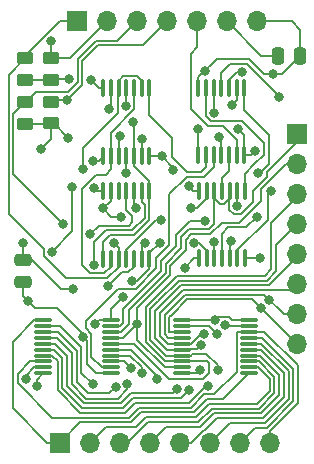
<source format=gbr>
%TF.GenerationSoftware,KiCad,Pcbnew,(6.0.0-0)*%
%TF.CreationDate,2022-01-16T21:32:13-05:00*%
%TF.ProjectId,Shifter-v6,53686966-7465-4722-9d76-362e6b696361,rev?*%
%TF.SameCoordinates,Original*%
%TF.FileFunction,Copper,L1,Top*%
%TF.FilePolarity,Positive*%
%FSLAX46Y46*%
G04 Gerber Fmt 4.6, Leading zero omitted, Abs format (unit mm)*
G04 Created by KiCad (PCBNEW (6.0.0-0)) date 2022-01-16 21:32:13*
%MOMM*%
%LPD*%
G01*
G04 APERTURE LIST*
G04 Aperture macros list*
%AMRoundRect*
0 Rectangle with rounded corners*
0 $1 Rounding radius*
0 $2 $3 $4 $5 $6 $7 $8 $9 X,Y pos of 4 corners*
0 Add a 4 corners polygon primitive as box body*
4,1,4,$2,$3,$4,$5,$6,$7,$8,$9,$2,$3,0*
0 Add four circle primitives for the rounded corners*
1,1,$1+$1,$2,$3*
1,1,$1+$1,$4,$5*
1,1,$1+$1,$6,$7*
1,1,$1+$1,$8,$9*
0 Add four rect primitives between the rounded corners*
20,1,$1+$1,$2,$3,$4,$5,0*
20,1,$1+$1,$4,$5,$6,$7,0*
20,1,$1+$1,$6,$7,$8,$9,0*
20,1,$1+$1,$8,$9,$2,$3,0*%
G04 Aperture macros list end*
%TA.AperFunction,SMDPad,CuDef*%
%ADD10RoundRect,0.250000X-0.475000X0.250000X-0.475000X-0.250000X0.475000X-0.250000X0.475000X0.250000X0*%
%TD*%
%TA.AperFunction,SMDPad,CuDef*%
%ADD11RoundRect,0.250000X-0.250000X-0.475000X0.250000X-0.475000X0.250000X0.475000X-0.250000X0.475000X0*%
%TD*%
%TA.AperFunction,SMDPad,CuDef*%
%ADD12RoundRect,0.250000X-0.450000X0.262500X-0.450000X-0.262500X0.450000X-0.262500X0.450000X0.262500X0*%
%TD*%
%TA.AperFunction,SMDPad,CuDef*%
%ADD13RoundRect,0.075000X-0.662500X-0.075000X0.662500X-0.075000X0.662500X0.075000X-0.662500X0.075000X0*%
%TD*%
%TA.AperFunction,SMDPad,CuDef*%
%ADD14RoundRect,0.075000X0.662500X0.075000X-0.662500X0.075000X-0.662500X-0.075000X0.662500X-0.075000X0*%
%TD*%
%TA.AperFunction,SMDPad,CuDef*%
%ADD15RoundRect,0.100000X0.100000X-0.637500X0.100000X0.637500X-0.100000X0.637500X-0.100000X-0.637500X0*%
%TD*%
%TA.AperFunction,ComponentPad*%
%ADD16R,1.700000X1.700000*%
%TD*%
%TA.AperFunction,ComponentPad*%
%ADD17O,1.700000X1.700000*%
%TD*%
%TA.AperFunction,ViaPad*%
%ADD18C,0.800000*%
%TD*%
%TA.AperFunction,Conductor*%
%ADD19C,0.200000*%
%TD*%
G04 APERTURE END LIST*
D10*
%TO.P,C2,1*%
%TO.N,GND*%
X161550000Y-85600000D03*
%TO.P,C2,2*%
%TO.N,VCC*%
X161550000Y-87500000D03*
%TD*%
D11*
%TO.P,C1,2*%
%TO.N,VCC*%
X185000000Y-68300000D03*
%TO.P,C1,1*%
%TO.N,GND*%
X183100000Y-68300000D03*
%TD*%
D12*
%TO.P,R13,1*%
%TO.N,~{ARITHMETIC}*%
X163900000Y-72225000D03*
%TO.P,R13,2*%
%TO.N,GND*%
X163900000Y-74050000D03*
%TD*%
%TO.P,R12,1*%
%TO.N,~{SHR}*%
X161700000Y-68537500D03*
%TO.P,R12,2*%
%TO.N,VCC*%
X161700000Y-70362500D03*
%TD*%
%TO.P,R11,1*%
%TO.N,~{SHL}*%
X163900000Y-68525000D03*
%TO.P,R11,2*%
%TO.N,VCC*%
X163900000Y-70350000D03*
%TD*%
%TO.P,R10,1*%
%TO.N,~{ROTATE}*%
X161700000Y-72237500D03*
%TO.P,R10,2*%
%TO.N,GND*%
X161700000Y-74062500D03*
%TD*%
D13*
%TO.P,U6,20,VCC*%
%TO.N,VCC*%
X180662500Y-90700000D03*
%TO.P,U6,19,CE*%
%TO.N,~{SHR}*%
X180662500Y-91200000D03*
%TO.P,U6,18,B0*%
%TO.N,Q7*%
X180662500Y-91700000D03*
%TO.P,U6,17,B1*%
%TO.N,Q6*%
X180662500Y-92200000D03*
%TO.P,U6,16,B2*%
%TO.N,Q5*%
X180662500Y-92700000D03*
%TO.P,U6,15,B3*%
%TO.N,Q4*%
X180662500Y-93200000D03*
%TO.P,U6,14,B4*%
%TO.N,Q3*%
X180662500Y-93700000D03*
%TO.P,U6,13,B5*%
%TO.N,Q2*%
X180662500Y-94200000D03*
%TO.P,U6,12,B6*%
%TO.N,Q1*%
X180662500Y-94700000D03*
%TO.P,U6,11,B7*%
%TO.N,Q0*%
X180662500Y-95200000D03*
%TO.P,U6,10,GND*%
%TO.N,GND*%
X174937500Y-95200000D03*
%TO.P,U6,9,A7*%
%TO.N,A1*%
X174937500Y-94700000D03*
%TO.P,U6,8,A6*%
%TO.N,A2*%
X174937500Y-94200000D03*
%TO.P,U6,7,A5*%
%TO.N,A3*%
X174937500Y-93700000D03*
%TO.P,U6,6,A4*%
%TO.N,A4*%
X174937500Y-93200000D03*
%TO.P,U6,5,A3*%
%TO.N,A5*%
X174937500Y-92700000D03*
%TO.P,U6,4,A2*%
%TO.N,A6*%
X174937500Y-92200000D03*
%TO.P,U6,3,A1*%
%TO.N,A7*%
X174937500Y-91700000D03*
%TO.P,U6,2,A0*%
%TO.N,Net-(U4-Pad11)*%
X174937500Y-91200000D03*
%TO.P,U6,1,A->B*%
%TO.N,VCC*%
X174937500Y-90700000D03*
%TD*%
D14*
%TO.P,U5,1,A->B*%
%TO.N,VCC*%
X168962500Y-95200000D03*
%TO.P,U5,2,A0*%
%TO.N,Net-(U4-Pad3)*%
X168962500Y-94700000D03*
%TO.P,U5,3,A1*%
%TO.N,A5*%
X168962500Y-94200000D03*
%TO.P,U5,4,A2*%
%TO.N,A4*%
X168962500Y-93700000D03*
%TO.P,U5,5,A3*%
%TO.N,A3*%
X168962500Y-93200000D03*
%TO.P,U5,6,A4*%
%TO.N,A2*%
X168962500Y-92700000D03*
%TO.P,U5,7,A5*%
%TO.N,A1*%
X168962500Y-92200000D03*
%TO.P,U5,8,A6*%
%TO.N,A0*%
X168962500Y-91700000D03*
%TO.P,U5,9,A7*%
%TO.N,Net-(U3-Pad3)*%
X168962500Y-91200000D03*
%TO.P,U5,10,GND*%
%TO.N,GND*%
X168962500Y-90700000D03*
%TO.P,U5,11,B7*%
%TO.N,Q0*%
X163237500Y-90700000D03*
%TO.P,U5,12,B6*%
%TO.N,Q1*%
X163237500Y-91200000D03*
%TO.P,U5,13,B5*%
%TO.N,Q2*%
X163237500Y-91700000D03*
%TO.P,U5,14,B4*%
%TO.N,Q3*%
X163237500Y-92200000D03*
%TO.P,U5,15,B3*%
%TO.N,Q4*%
X163237500Y-92700000D03*
%TO.P,U5,16,B2*%
%TO.N,Q5*%
X163237500Y-93200000D03*
%TO.P,U5,17,B1*%
%TO.N,Q6*%
X163237500Y-93700000D03*
%TO.P,U5,18,B0*%
%TO.N,Q7*%
X163237500Y-94200000D03*
%TO.P,U5,19,CE*%
%TO.N,~{SHL}*%
X163237500Y-94700000D03*
%TO.P,U5,20,VCC*%
%TO.N,VCC*%
X163237500Y-95200000D03*
%TD*%
D15*
%TO.P,U4,14,VCC*%
%TO.N,VCC*%
X176350000Y-71037500D03*
%TO.P,U4,13*%
%TO.N,Net-(U3-Pad8)*%
X177000000Y-71037500D03*
%TO.P,U4,12*%
%TO.N,/ARITHMETIC_AND_A7*%
X177650000Y-71037500D03*
%TO.P,U4,11*%
%TO.N,Net-(U4-Pad11)*%
X178300000Y-71037500D03*
%TO.P,U4,10*%
%TO.N,Net-(U1-Pad11)*%
X178950000Y-71037500D03*
%TO.P,U4,9*%
%TO.N,Net-(U1-Pad3)*%
X179600000Y-71037500D03*
%TO.P,U4,8*%
%TO.N,Net-(U3-Pad4)*%
X180250000Y-71037500D03*
%TO.P,U4,7,GND*%
%TO.N,GND*%
X180250000Y-76762500D03*
%TO.P,U4,6*%
%TO.N,CARRY_OUT*%
X179600000Y-76762500D03*
%TO.P,U4,5*%
%TO.N,Net-(U3-Pad11)*%
X178950000Y-76762500D03*
%TO.P,U4,4*%
%TO.N,Net-(U3-Pad6)*%
X178300000Y-76762500D03*
%TO.P,U4,3*%
%TO.N,Net-(U4-Pad3)*%
X177650000Y-76762500D03*
%TO.P,U4,2*%
%TO.N,Net-(U1-Pad8)*%
X177000000Y-76762500D03*
%TO.P,U4,1*%
%TO.N,/ARITHMETIC_AND_A7*%
X176350000Y-76762500D03*
%TD*%
%TO.P,U3,14,VCC*%
%TO.N,VCC*%
X176400000Y-79737500D03*
%TO.P,U3,13*%
%TO.N,Net-(U2-Pad4)*%
X177050000Y-79737500D03*
%TO.P,U3,12*%
%TO.N,A0*%
X177700000Y-79737500D03*
%TO.P,U3,11*%
%TO.N,Net-(U3-Pad11)*%
X178350000Y-79737500D03*
%TO.P,U3,10*%
%TO.N,A0*%
X179000000Y-79737500D03*
%TO.P,U3,9*%
%TO.N,ROTATE*%
X179650000Y-79737500D03*
%TO.P,U3,8*%
%TO.N,Net-(U3-Pad8)*%
X180300000Y-79737500D03*
%TO.P,U3,7,GND*%
%TO.N,GND*%
X180300000Y-85462500D03*
%TO.P,U3,6*%
%TO.N,Net-(U3-Pad6)*%
X179650000Y-85462500D03*
%TO.P,U3,5*%
%TO.N,Net-(U2-Pad6)*%
X179000000Y-85462500D03*
%TO.P,U3,4*%
%TO.N,Net-(U3-Pad4)*%
X178350000Y-85462500D03*
%TO.P,U3,3*%
%TO.N,Net-(U3-Pad3)*%
X177700000Y-85462500D03*
%TO.P,U3,2*%
%TO.N,ROTATE*%
X177050000Y-85462500D03*
%TO.P,U3,1*%
%TO.N,A7*%
X176400000Y-85462500D03*
%TD*%
%TO.P,U2,1*%
%TO.N,ARITHMETIC*%
X168300000Y-85512500D03*
%TO.P,U2,2*%
%TO.N,/!ARITHMETIC*%
X168950000Y-85512500D03*
%TO.P,U2,3*%
%TO.N,~{SHR}*%
X169600000Y-85512500D03*
%TO.P,U2,4*%
%TO.N,Net-(U2-Pad4)*%
X170250000Y-85512500D03*
%TO.P,U2,5*%
%TO.N,~{SHL}*%
X170900000Y-85512500D03*
%TO.P,U2,6*%
%TO.N,Net-(U2-Pad6)*%
X171550000Y-85512500D03*
%TO.P,U2,7,GND*%
%TO.N,GND*%
X172200000Y-85512500D03*
%TO.P,U2,8*%
%TO.N,ARITHMETIC*%
X172200000Y-79787500D03*
%TO.P,U2,9*%
%TO.N,~{ARITHMETIC}*%
X171550000Y-79787500D03*
%TO.P,U2,10*%
%TO.N,ROTATE*%
X170900000Y-79787500D03*
%TO.P,U2,11*%
%TO.N,~{ROTATE}*%
X170250000Y-79787500D03*
%TO.P,U2,12*%
%TO.N,unconnected-(U2-Pad12)*%
X169600000Y-79787500D03*
%TO.P,U2,13*%
%TO.N,GND*%
X168950000Y-79787500D03*
%TO.P,U2,14,VCC*%
%TO.N,VCC*%
X168300000Y-79787500D03*
%TD*%
%TO.P,U1,1*%
%TO.N,A7*%
X168300000Y-76812500D03*
%TO.P,U1,2*%
%TO.N,/!ARITHMETIC*%
X168950000Y-76812500D03*
%TO.P,U1,3*%
%TO.N,Net-(U1-Pad3)*%
X169600000Y-76812500D03*
%TO.P,U1,4*%
%TO.N,A7*%
X170250000Y-76812500D03*
%TO.P,U1,5*%
%TO.N,ARITHMETIC*%
X170900000Y-76812500D03*
%TO.P,U1,6*%
%TO.N,/ARITHMETIC_AND_A7*%
X171550000Y-76812500D03*
%TO.P,U1,7,GND*%
%TO.N,GND*%
X172200000Y-76812500D03*
%TO.P,U1,8*%
%TO.N,Net-(U1-Pad8)*%
X172200000Y-71087500D03*
%TO.P,U1,9*%
%TO.N,A6*%
X171550000Y-71087500D03*
%TO.P,U1,10*%
%TO.N,/!ARITHMETIC*%
X170900000Y-71087500D03*
%TO.P,U1,11*%
%TO.N,Net-(U1-Pad11)*%
X170250000Y-71087500D03*
%TO.P,U1,12*%
%TO.N,A6*%
X169600000Y-71087500D03*
%TO.P,U1,13*%
%TO.N,ARITHMETIC*%
X168950000Y-71087500D03*
%TO.P,U1,14,VCC*%
%TO.N,VCC*%
X168300000Y-71087500D03*
%TD*%
D16*
%TO.P,J3,1,Pin_1*%
%TO.N,~{SHR}*%
X166075000Y-65400000D03*
D17*
%TO.P,J3,2,Pin_2*%
%TO.N,~{SHL}*%
X168615000Y-65400000D03*
%TO.P,J3,3,Pin_3*%
%TO.N,~{ROTATE}*%
X171155000Y-65400000D03*
%TO.P,J3,4,Pin_4*%
%TO.N,~{ARITHMETIC}*%
X173695000Y-65400000D03*
%TO.P,J3,5,Pin_5*%
%TO.N,CARRY_OUT*%
X176235000Y-65400000D03*
%TO.P,J3,6,Pin_6*%
%TO.N,GND*%
X178775000Y-65400000D03*
%TO.P,J3,7,Pin_7*%
%TO.N,VCC*%
X181315000Y-65400000D03*
%TD*%
D16*
%TO.P,J2,1,Pin_1*%
%TO.N,Q0*%
X164630000Y-101100000D03*
D17*
%TO.P,J2,2,Pin_2*%
%TO.N,Q1*%
X167170000Y-101100000D03*
%TO.P,J2,3,Pin_3*%
%TO.N,Q2*%
X169710000Y-101100000D03*
%TO.P,J2,4,Pin_4*%
%TO.N,Q3*%
X172250000Y-101100000D03*
%TO.P,J2,5,Pin_5*%
%TO.N,Q4*%
X174790000Y-101100000D03*
%TO.P,J2,6,Pin_6*%
%TO.N,Q5*%
X177330000Y-101100000D03*
%TO.P,J2,7,Pin_7*%
%TO.N,Q6*%
X179870000Y-101100000D03*
%TO.P,J2,8,Pin_8*%
%TO.N,Q7*%
X182410000Y-101100000D03*
%TD*%
D16*
%TO.P,J1,1,Pin_1*%
%TO.N,A0*%
X184700000Y-74970000D03*
D17*
%TO.P,J1,2,Pin_2*%
%TO.N,A1*%
X184700000Y-77510000D03*
%TO.P,J1,3,Pin_3*%
%TO.N,A2*%
X184700000Y-80050000D03*
%TO.P,J1,4,Pin_4*%
%TO.N,A3*%
X184700000Y-82590000D03*
%TO.P,J1,5,Pin_5*%
%TO.N,A4*%
X184700000Y-85130000D03*
%TO.P,J1,6,Pin_6*%
%TO.N,A5*%
X184700000Y-87670000D03*
%TO.P,J1,7,Pin_7*%
%TO.N,A6*%
X184700000Y-90210000D03*
%TO.P,J1,8,Pin_8*%
%TO.N,A7*%
X184700000Y-92750000D03*
%TD*%
D18*
%TO.N,GND*%
X169809961Y-81949204D03*
X174250000Y-78000000D03*
X165350000Y-75250000D03*
X170750000Y-87350000D03*
X179750000Y-74550000D03*
X165750000Y-88100000D03*
X167584622Y-91034622D03*
%TO.N,VCC*%
X182700000Y-69850000D03*
X176925000Y-69575000D03*
X165700000Y-79450000D03*
X163950000Y-84950000D03*
%TO.N,GND*%
X163050000Y-76200000D03*
%TO.N,Net-(U1-Pad11)*%
X170250000Y-72550000D03*
X180050000Y-69700000D03*
%TO.N,VCC*%
X175550000Y-79350000D03*
X167250000Y-70350000D03*
%TO.N,ARITHMETIC*%
X168809285Y-72869290D03*
X170852539Y-73925949D03*
%TO.N,Net-(U1-Pad3)*%
X169693303Y-75085185D03*
X179200000Y-72450000D03*
%TO.N,/ARITHMETIC_AND_A7*%
X171599500Y-75391911D03*
X176350000Y-74500000D03*
X177700000Y-73149500D03*
%TO.N,~{ARITHMETIC}*%
X167500500Y-86014469D03*
X165250000Y-72100000D03*
%TO.N,VCC*%
X167550000Y-79500000D03*
%TO.N,~{ROTATE}*%
X164899500Y-82550000D03*
X167170515Y-83439748D03*
%TO.N,A7*%
X170250000Y-78250000D03*
X167400000Y-77200000D03*
%TO.N,Net-(U3-Pad4)*%
X181300500Y-81978990D03*
X181381496Y-78205920D03*
%TO.N,ROTATE*%
X179650000Y-81050000D03*
X175997305Y-84194384D03*
X171077598Y-81216842D03*
%TO.N,A6*%
X166600000Y-77950000D03*
X182375000Y-88975000D03*
%TO.N,~{SHR}*%
X178650000Y-91150000D03*
X169236144Y-84199011D03*
%TO.N,A7*%
X175200000Y-86250000D03*
X181650000Y-89700000D03*
%TO.N,~{SHL}*%
X163900000Y-67100000D03*
%TO.N,Net-(U2-Pad4)*%
X173214243Y-82185757D03*
X175750000Y-81200000D03*
%TO.N,Net-(U2-Pad6)*%
X179150000Y-84000000D03*
X171834615Y-84134615D03*
%TO.N,Net-(U3-Pad6)*%
X178150000Y-75200000D03*
X182496741Y-79796741D03*
%TO.N,GND*%
X181198436Y-76423076D03*
X173300000Y-76850000D03*
X168300000Y-81250000D03*
X173100000Y-84150000D03*
X181600000Y-85450000D03*
%TO.N,Net-(U3-Pad3)*%
X177650500Y-84127110D03*
X176950000Y-82300000D03*
%TO.N,~{SHL}*%
X161750000Y-95700000D03*
X168708531Y-87812981D03*
%TO.N,GND*%
X169980593Y-88749001D03*
X161550000Y-84150000D03*
%TO.N,VCC*%
X161975000Y-89075000D03*
X165380378Y-70330378D03*
%TO.N,GND*%
X176500000Y-94950000D03*
%TO.N,Net-(U4-Pad11)*%
X177950579Y-91864014D03*
X183200203Y-71789040D03*
%TO.N,VCC*%
X177745631Y-90674415D03*
X166600499Y-92150001D03*
X162700000Y-96300000D03*
%TO.N,A5*%
X170650000Y-94750000D03*
X176810034Y-91878729D03*
%TO.N,A4*%
X171591258Y-95221242D03*
X176580378Y-92851489D03*
%TO.N,A3*%
X172900000Y-95650000D03*
X177999001Y-94962305D03*
%TO.N,A1*%
X171199500Y-90992518D03*
%TO.N,Q1*%
X167400000Y-96150000D03*
%TO.N,Q2*%
X169356350Y-96360311D03*
%TO.N,Q3*%
X170333368Y-96149500D03*
%TO.N,Q4*%
X174581473Y-96507783D03*
%TO.N,Q5*%
X175569851Y-96656490D03*
%TO.N,Q6*%
X177150000Y-96250000D03*
%TD*%
D19*
%TO.N,ROTATE*%
X170900000Y-79787500D02*
X170900000Y-81039244D01*
X170900000Y-81039244D02*
X171077598Y-81216842D01*
%TO.N,~{ARITHMETIC}*%
X171800489Y-80950489D02*
X171800489Y-82049511D01*
X171550000Y-80700000D02*
X171800489Y-80950489D01*
X171800489Y-82049511D02*
X170750000Y-83100000D01*
X171550000Y-79787500D02*
X171550000Y-80700000D01*
X170750000Y-83100000D02*
X168499909Y-83100000D01*
X168499909Y-83100000D02*
X167500500Y-84099409D01*
X167500500Y-84099409D02*
X167500500Y-86014469D01*
%TO.N,ARITHMETIC*%
X170915482Y-83499511D02*
X168872775Y-83499511D01*
X168300000Y-84072286D02*
X168300000Y-85512500D01*
X172200000Y-82214993D02*
X170915482Y-83499511D01*
X172200000Y-79787500D02*
X172200000Y-82214993D01*
X168872775Y-83499511D02*
X168300000Y-84072286D01*
%TO.N,GND*%
X168300000Y-81250000D02*
X168999204Y-81949204D01*
X168999204Y-81949204D02*
X169809961Y-81949204D01*
%TO.N,~{ROTATE}*%
X170750000Y-81900000D02*
X170750000Y-82400000D01*
X170450000Y-82700000D02*
X167910263Y-82700000D01*
X170250000Y-79787500D02*
X170250000Y-81400000D01*
X170250000Y-81400000D02*
X170750000Y-81900000D01*
X170750000Y-82400000D02*
X170450000Y-82700000D01*
X167910263Y-82700000D02*
X167170515Y-83439748D01*
%TO.N,GND*%
X168950000Y-80600000D02*
X168300000Y-81250000D01*
X168950000Y-79787500D02*
X168950000Y-80600000D01*
%TO.N,/!ARITHMETIC*%
X168950000Y-85512500D02*
X168950000Y-86165006D01*
X167175224Y-86713969D02*
X166471014Y-86009759D01*
X168950000Y-77950000D02*
X168950000Y-76812500D01*
X168401037Y-86713969D02*
X167175224Y-86713969D01*
X167660741Y-78400000D02*
X168500000Y-78400000D01*
X166471014Y-86009759D02*
X166471014Y-79589727D01*
X166471014Y-79589727D02*
X167660741Y-78400000D01*
X168500000Y-78400000D02*
X168950000Y-77950000D01*
X168950000Y-86165006D02*
X168401037Y-86713969D01*
%TO.N,Net-(U4-Pad3)*%
X177650000Y-77750000D02*
X177650000Y-76762500D01*
X166850499Y-91410756D02*
X166850499Y-90779501D01*
X168962500Y-94700000D02*
X168195349Y-94700000D01*
X175361244Y-78549511D02*
X176850489Y-78549511D01*
X176850489Y-78549511D02*
X177650000Y-77750000D01*
X173913744Y-84325501D02*
X173913744Y-79997011D01*
X171065493Y-88049501D02*
X172800489Y-86314505D01*
X167300000Y-91860257D02*
X166850499Y-91410756D01*
X169580499Y-88049501D02*
X171065493Y-88049501D01*
X168195349Y-94700000D02*
X167300000Y-93804651D01*
X167300000Y-93804651D02*
X167300000Y-91860257D01*
X173913744Y-79997011D02*
X175361244Y-78549511D01*
X172800489Y-86314505D02*
X172800489Y-85438756D01*
X166850499Y-90779501D02*
X169580499Y-88049501D01*
%TO.N,Net-(U2-Pad4)*%
X172794230Y-82185757D02*
X173214243Y-82185757D01*
X170250000Y-84729987D02*
X172794230Y-82185757D01*
%TO.N,Net-(U4-Pad3)*%
X172800489Y-85438756D02*
X173913744Y-84325501D01*
%TO.N,Net-(U2-Pad4)*%
X170250000Y-85512500D02*
X170250000Y-84729987D01*
%TO.N,Net-(U2-Pad6)*%
X171550000Y-85512500D02*
X171550000Y-84419230D01*
X171550000Y-84419230D02*
X171834615Y-84134615D01*
%TO.N,Net-(U1-Pad8)*%
X175400000Y-78150000D02*
X174150000Y-76900000D01*
X174150000Y-76900000D02*
X174150000Y-75250000D01*
X177000000Y-77750000D02*
X176600000Y-78150000D01*
X176600000Y-78150000D02*
X175400000Y-78150000D01*
X177000000Y-76762500D02*
X177000000Y-77750000D01*
X174150000Y-75250000D02*
X172200000Y-73300000D01*
X172200000Y-73300000D02*
X172200000Y-71087500D01*
%TO.N,GND*%
X174250000Y-78000000D02*
X174250000Y-77800000D01*
X174250000Y-77800000D02*
X173300000Y-76850000D01*
X163900000Y-74050000D02*
X164150000Y-74050000D01*
X164150000Y-74050000D02*
X165350000Y-75250000D01*
X168962500Y-89767094D02*
X169980593Y-88749001D01*
X168962500Y-90700000D02*
X168962500Y-89767094D01*
X172200000Y-86350000D02*
X171750000Y-86800000D01*
X171750000Y-86800000D02*
X171200000Y-87350000D01*
X172200000Y-85512500D02*
X172200000Y-86350000D01*
%TO.N,~{SHL}*%
X170900000Y-86165006D02*
X170414507Y-86650499D01*
X169871013Y-86650499D02*
X168708531Y-87812981D01*
X170900000Y-85512500D02*
X170900000Y-86165006D01*
X170414507Y-86650499D02*
X169871013Y-86650499D01*
%TO.N,GND*%
X171200000Y-87350000D02*
X170750000Y-87350000D01*
%TO.N,Net-(U3-Pad8)*%
X180300000Y-79737500D02*
X180300000Y-78298171D01*
X181096566Y-77501605D02*
X181109150Y-77501605D01*
X180300000Y-78298171D02*
X181096566Y-77501605D01*
X181109150Y-77501605D02*
X181900000Y-76710755D01*
X181900000Y-76710755D02*
X181900000Y-75710755D01*
X181900000Y-75710755D02*
X180038246Y-73849001D01*
X180038246Y-73849001D02*
X177410256Y-73849001D01*
X177410256Y-73849001D02*
X177000000Y-73438745D01*
X177000000Y-73438745D02*
X177000000Y-71037500D01*
%TO.N,GND*%
X180250000Y-76762500D02*
X180250000Y-75050000D01*
X180250000Y-75050000D02*
X179750000Y-74550000D01*
%TO.N,Net-(U4-Pad11)*%
X183200203Y-71750203D02*
X183200203Y-71789040D01*
X180450499Y-69000499D02*
X183200203Y-71750203D01*
X179031088Y-69018912D02*
X179741843Y-69018912D01*
X178300000Y-71037500D02*
X178300000Y-69750000D01*
X178300000Y-69750000D02*
X179031088Y-69018912D01*
X179741843Y-69018912D02*
X179760256Y-69000499D01*
X179760256Y-69000499D02*
X180450499Y-69000499D01*
%TO.N,A1*%
X173999021Y-86900980D02*
X171199500Y-89700500D01*
X175751945Y-83450499D02*
X175297804Y-83904640D01*
X181700499Y-79603739D02*
X181700499Y-80589746D01*
X183794238Y-77510000D02*
X181700499Y-79603739D01*
X178353750Y-82450489D02*
X177353740Y-83450499D01*
%TO.N,Net-(U3-Pad4)*%
X182300000Y-75000000D02*
X182300000Y-77450000D01*
X178350000Y-85462500D02*
X178350000Y-83400000D01*
X182300000Y-77450000D02*
X181544080Y-78205920D01*
%TO.N,A1*%
X179839756Y-82450489D02*
X178353750Y-82450489D01*
%TO.N,Net-(U3-Pad4)*%
X178900000Y-82850000D02*
X180429490Y-82850000D01*
%TO.N,Net-(U3-Pad6)*%
X179650000Y-84791239D02*
X182231560Y-82209679D01*
%TO.N,A1*%
X173999022Y-86085984D02*
X173999021Y-86900980D01*
%TO.N,Net-(U3-Pad4)*%
X178350000Y-83400000D02*
X178900000Y-82850000D01*
%TO.N,A1*%
X181700499Y-80589746D02*
X179839756Y-82450489D01*
X171199500Y-89700500D02*
X171199500Y-90992518D01*
X175297804Y-83904640D02*
X175297803Y-84787204D01*
%TO.N,Net-(U3-Pad4)*%
X180250000Y-72950000D02*
X182300000Y-75000000D01*
%TO.N,A1*%
X184700000Y-77510000D02*
X183794238Y-77510000D01*
X177353740Y-83450499D02*
X175751945Y-83450499D01*
%TO.N,Net-(U3-Pad4)*%
X181544080Y-78205920D02*
X181381496Y-78205920D01*
%TO.N,Net-(U3-Pad6)*%
X182231560Y-80061922D02*
X182496741Y-79796741D01*
X179650000Y-85462500D02*
X179650000Y-84791239D01*
%TO.N,A1*%
X175297803Y-84787204D02*
X173999022Y-86085984D01*
%TO.N,Net-(U3-Pad6)*%
X182231560Y-82209679D02*
X182231560Y-80061922D01*
%TO.N,Net-(U3-Pad4)*%
X180429490Y-82850000D02*
X181300500Y-81978990D01*
X180250000Y-71037500D02*
X180250000Y-72950000D01*
%TO.N,GND*%
X162250000Y-85600000D02*
X161550000Y-85600000D01*
X165750000Y-88100000D02*
X164750000Y-88100000D01*
X164750000Y-88100000D02*
X162250000Y-85600000D01*
%TO.N,~{SHR}*%
X169600000Y-85512500D02*
X169600000Y-86164993D01*
X169600000Y-86164993D02*
X168651513Y-87113480D01*
X168651513Y-87113480D02*
X165124235Y-87113480D01*
X163250499Y-85239744D02*
X163250499Y-84665493D01*
X165124235Y-87113480D02*
X163250499Y-85239744D01*
X163250499Y-84665493D02*
X160300489Y-81715483D01*
X160300489Y-81715483D02*
X160300489Y-69937011D01*
X160300489Y-69937011D02*
X161700000Y-68537500D01*
%TO.N,GND*%
X168962500Y-90700000D02*
X167919244Y-90700000D01*
X167919244Y-90700000D02*
X167584622Y-91034622D01*
%TO.N,Q1*%
X166450000Y-92988745D02*
X166450000Y-95200000D01*
%TO.N,VCC*%
X164400000Y-89650000D02*
X166600499Y-91850499D01*
X168962500Y-95200000D02*
X167700000Y-95200000D01*
%TO.N,Q2*%
X163237500Y-91700000D02*
X164435006Y-91700000D01*
%TO.N,VCC*%
X166900489Y-92449991D02*
X166600499Y-92150001D01*
%TO.N,Q1*%
X166450000Y-95200000D02*
X167400000Y-96150000D01*
%TO.N,VCC*%
X167700000Y-95200000D02*
X166900489Y-94400489D01*
%TO.N,Q3*%
X169550000Y-97350000D02*
X170333368Y-96566632D01*
%TO.N,VCC*%
X166600499Y-91850499D02*
X166600499Y-92150001D01*
%TO.N,Q1*%
X164661255Y-91200000D02*
X166450000Y-92988745D01*
%TO.N,Q3*%
X166850000Y-97350000D02*
X169550000Y-97350000D01*
%TO.N,VCC*%
X161975000Y-89075000D02*
X162550000Y-89650000D01*
%TO.N,Q1*%
X163237500Y-91200000D02*
X164661255Y-91200000D01*
%TO.N,VCC*%
X166900489Y-94400489D02*
X166900489Y-92449991D01*
%TO.N,Q2*%
X166050000Y-95950000D02*
X167000000Y-96900000D01*
X164435006Y-91700000D02*
X166050000Y-93314994D01*
%TO.N,Q3*%
X170333368Y-96566632D02*
X170333368Y-96149500D01*
X165650000Y-93479988D02*
X165650000Y-96150000D01*
%TO.N,Q2*%
X167000000Y-96900000D02*
X168816661Y-96900000D01*
%TO.N,Q3*%
X163237500Y-92200000D02*
X164370012Y-92200000D01*
%TO.N,VCC*%
X162550000Y-89650000D02*
X164400000Y-89650000D01*
%TO.N,Q3*%
X164370012Y-92200000D02*
X165650000Y-93479988D01*
%TO.N,Q2*%
X168816661Y-96900000D02*
X169356350Y-96360311D01*
X166050000Y-93314994D02*
X166050000Y-95950000D01*
%TO.N,Q3*%
X165650000Y-96150000D02*
X166850000Y-97350000D01*
%TO.N,A2*%
X170939245Y-92700000D02*
X173888746Y-95649501D01*
%TO.N,A1*%
X173504238Y-94700000D02*
X171199500Y-92395262D01*
%TO.N,A3*%
X168962500Y-93200000D02*
X170664994Y-93200000D01*
%TO.N,A2*%
X168962500Y-92700000D02*
X170939245Y-92700000D01*
X177089245Y-94200000D02*
X174937500Y-94200000D01*
X177249501Y-95189744D02*
X177249501Y-94360256D01*
%TO.N,A1*%
X174937500Y-94700000D02*
X173504238Y-94700000D01*
%TO.N,A2*%
X177249501Y-94360256D02*
X177089245Y-94200000D01*
%TO.N,A1*%
X171199500Y-92395262D02*
X171199500Y-90992518D01*
%TO.N,A3*%
X172900000Y-95435006D02*
X172900000Y-95650000D01*
%TO.N,A2*%
X173888746Y-95649501D02*
X176789744Y-95649501D01*
%TO.N,A3*%
X170664994Y-93200000D02*
X172900000Y-95435006D01*
%TO.N,A2*%
X176789744Y-95649501D02*
X177249501Y-95189744D01*
%TO.N,Q5*%
X170845119Y-97304881D02*
X172218279Y-97304881D01*
X163237500Y-93200000D02*
X164150000Y-93200000D01*
%TO.N,Q6*%
X172383804Y-97704374D02*
X172388177Y-97700000D01*
%TO.N,Q3*%
X177706289Y-98599024D02*
X176687692Y-99617621D01*
%TO.N,Q6*%
X166354531Y-98549511D02*
X170165484Y-98549510D01*
%TO.N,Q7*%
X171307882Y-98103903D02*
X170461785Y-98950000D01*
%TO.N,Q6*%
X177020013Y-96250000D02*
X177150000Y-96250000D01*
%TO.N,Q4*%
X164250000Y-92700000D02*
X165250000Y-93700000D01*
X181806482Y-98998533D02*
X177906697Y-98998533D01*
%TO.N,Q6*%
X164450978Y-94146327D02*
X164450978Y-96645961D01*
%TO.N,Q5*%
X164850489Y-93900489D02*
X164850490Y-96480478D01*
%TO.N,A4*%
X170600000Y-93700000D02*
X171591258Y-94691258D01*
%TO.N,Q4*%
X176928307Y-99976923D02*
X176802205Y-100002141D01*
%TO.N,Q2*%
X180662500Y-94200000D02*
X181494639Y-94200000D01*
%TO.N,Q4*%
X165250000Y-93700000D02*
X165250000Y-96314994D01*
%TO.N,Q7*%
X161050499Y-95989744D02*
X161050499Y-95260256D01*
%TO.N,Q1*%
X181429645Y-94700000D02*
X182399994Y-95670349D01*
%TO.N,Q2*%
X181475518Y-98199512D02*
X177474846Y-98199512D01*
%TO.N,Q3*%
X181641000Y-98599024D02*
X177706289Y-98599024D01*
%TO.N,Q7*%
X177673322Y-97000981D02*
X176834028Y-97000981D01*
%TO.N,Q4*%
X171473307Y-96905371D02*
X172052795Y-96905371D01*
X172060593Y-96897573D02*
X174191683Y-96897573D01*
X169800000Y-97750000D02*
X170652427Y-96897573D01*
X165250000Y-96314994D02*
X166685006Y-97750000D01*
%TO.N,Q6*%
X164450978Y-96645961D02*
X166354531Y-98549511D01*
%TO.N,Q4*%
X163237500Y-92700000D02*
X164250000Y-92700000D01*
%TO.N,Q2*%
X170294982Y-101100000D02*
X169710000Y-101100000D01*
%TO.N,Q3*%
X176491917Y-99747435D02*
X173602565Y-99747435D01*
%TO.N,Q6*%
X172388177Y-97700000D02*
X175570013Y-97700000D01*
%TO.N,Q5*%
X172223159Y-97300000D02*
X174926341Y-97300000D01*
%TO.N,Q4*%
X177906697Y-98998533D02*
X176928307Y-99976923D01*
%TO.N,Q2*%
X176361650Y-99312708D02*
X172082274Y-99312708D01*
X182799504Y-96875526D02*
X181475518Y-98199512D01*
%TO.N,Q6*%
X164004651Y-93700000D02*
X164450978Y-94146327D01*
%TO.N,Q5*%
X172218279Y-97304881D02*
X172223159Y-97300000D01*
%TO.N,Q1*%
X180662500Y-94700000D02*
X181429645Y-94700000D01*
%TO.N,Q4*%
X183598527Y-97206491D02*
X181806482Y-98998533D01*
%TO.N,Q7*%
X179600000Y-91700000D02*
X179600000Y-95074303D01*
%TO.N,Q1*%
X168520979Y-99749021D02*
X167170000Y-101100000D01*
%TO.N,Q5*%
X164850490Y-96480478D02*
X166520013Y-98150000D01*
%TO.N,Q6*%
X170165484Y-98549510D02*
X171010602Y-97704392D01*
%TO.N,Q1*%
X176171482Y-98902956D02*
X171927032Y-98902956D01*
%TO.N,Q2*%
X177474846Y-98199512D02*
X176361650Y-99312708D01*
%TO.N,Q3*%
X183199016Y-95339385D02*
X183199014Y-97041010D01*
X180662500Y-93700000D02*
X181559633Y-93700000D01*
%TO.N,Q4*%
X181624627Y-93200000D02*
X183598527Y-95173900D01*
%TO.N,Q2*%
X182799505Y-95504867D02*
X182799504Y-96875526D01*
%TO.N,Q1*%
X182399994Y-95670349D02*
X182399994Y-96710042D01*
%TO.N,Q4*%
X175704345Y-101100000D02*
X174790000Y-101100000D01*
X166685006Y-97750000D02*
X169800000Y-97750000D01*
%TO.N,Q0*%
X178462008Y-97400492D02*
X177091663Y-97400492D01*
%TO.N,Q4*%
X180662500Y-93200000D02*
X181624627Y-93200000D01*
%TO.N,Q7*%
X171887337Y-98103903D02*
X171307882Y-98103903D01*
%TO.N,Q3*%
X176605242Y-99634110D02*
X176491917Y-99747435D01*
%TO.N,Q6*%
X171010602Y-97704392D02*
X172383761Y-97704392D01*
%TO.N,Q3*%
X183199014Y-97041010D02*
X181641000Y-98599024D01*
%TO.N,Q7*%
X170461785Y-98950000D02*
X164010755Y-98950000D01*
X176834028Y-97000981D02*
X175731091Y-98103918D01*
%TO.N,Q2*%
X172082274Y-99312708D02*
X170294982Y-101100000D01*
%TO.N,Q7*%
X179600000Y-95074303D02*
X177673322Y-97000981D01*
%TO.N,Q0*%
X177091663Y-97400492D02*
X175988709Y-98503446D01*
%TO.N,Q3*%
X181559633Y-93700000D02*
X183199016Y-95339385D01*
%TO.N,Q0*%
X171721868Y-98503428D02*
X171721854Y-98503414D01*
X171721911Y-98503446D02*
X171721894Y-98503429D01*
X171721894Y-98503429D02*
X171721868Y-98503428D01*
%TO.N,Q1*%
X171927032Y-98902956D02*
X171080967Y-99749021D01*
%TO.N,Q0*%
X166380489Y-99349511D02*
X164630000Y-101100000D01*
X180662500Y-95200000D02*
X178462008Y-97400492D01*
%TO.N,Q2*%
X181494639Y-94200000D02*
X182799505Y-95504867D01*
%TO.N,Q3*%
X173602565Y-99747435D02*
X172250000Y-101100000D01*
%TO.N,Q4*%
X174191683Y-96897573D02*
X174581473Y-96507783D01*
%TO.N,Q7*%
X180662500Y-91700000D02*
X179600000Y-91700000D01*
%TO.N,Q5*%
X174926341Y-97300000D02*
X175569851Y-96656490D01*
%TO.N,Q4*%
X171465509Y-96897573D02*
X171473307Y-96905371D01*
%TO.N,Q1*%
X182399994Y-96710042D02*
X181310033Y-97800003D01*
%TO.N,Q6*%
X163237500Y-93700000D02*
X164004651Y-93700000D01*
%TO.N,Q7*%
X161050499Y-95260256D02*
X162110755Y-94200000D01*
X171887352Y-98103918D02*
X171887337Y-98103903D01*
%TO.N,Q6*%
X172383761Y-97704392D02*
X172383779Y-97704374D01*
X175570013Y-97700000D02*
X177020013Y-96250000D01*
%TO.N,Q0*%
X170650489Y-99349511D02*
X166380489Y-99349511D01*
%TO.N,Q1*%
X181310033Y-97800003D02*
X177274435Y-97800003D01*
X177274435Y-97800003D02*
X176171482Y-98902956D01*
%TO.N,Q0*%
X171721854Y-98503414D02*
X171496586Y-98503414D01*
%TO.N,A4*%
X168962500Y-93700000D02*
X170600000Y-93700000D01*
%TO.N,Q6*%
X172383779Y-97704374D02*
X172383804Y-97704374D01*
%TO.N,Q5*%
X166520013Y-98150000D02*
X170000000Y-98150000D01*
X164150000Y-93200000D02*
X164850489Y-93900489D01*
%TO.N,Q0*%
X171496586Y-98503414D02*
X170650489Y-99349511D01*
%TO.N,Q7*%
X164010755Y-98950000D02*
X161050499Y-95989744D01*
%TO.N,Q5*%
X170000000Y-98150000D02*
X170845119Y-97304881D01*
%TO.N,Q4*%
X170652427Y-96897573D02*
X171465509Y-96897573D01*
%TO.N,Q7*%
X175731091Y-98103918D02*
X171887352Y-98103918D01*
%TO.N,Q4*%
X172052795Y-96905371D02*
X172060593Y-96897573D01*
%TO.N,Q1*%
X171080967Y-99749021D02*
X168520979Y-99749021D01*
%TO.N,Q4*%
X176802205Y-100002141D02*
X175704345Y-101100000D01*
X183598527Y-95173900D02*
X183598527Y-97206491D01*
%TO.N,Q3*%
X176687692Y-99617621D02*
X176605242Y-99634110D01*
%TO.N,A4*%
X171591258Y-94691258D02*
X171591258Y-95221242D01*
%TO.N,Q0*%
X175988709Y-98503446D02*
X171721911Y-98503446D01*
%TO.N,Q7*%
X162110755Y-94200000D02*
X163237500Y-94200000D01*
%TO.N,VCC*%
X181900000Y-69850000D02*
X182700000Y-69850000D01*
X183450000Y-69850000D02*
X182700000Y-69850000D01*
X185000000Y-68300000D02*
X183450000Y-69850000D01*
X176350000Y-71037500D02*
X176350000Y-70150000D01*
X180650989Y-68600989D02*
X181900000Y-69850000D01*
X176350000Y-70150000D02*
X177899011Y-68600989D01*
X177899011Y-68600989D02*
X180650989Y-68600989D01*
X165700000Y-83200000D02*
X163950000Y-84950000D01*
X165700000Y-79450000D02*
X165700000Y-83200000D01*
X165380378Y-70330378D02*
X163919622Y-70330378D01*
X163919622Y-70330378D02*
X163900000Y-70350000D01*
%TO.N,GND*%
X163900000Y-75350000D02*
X163050000Y-76200000D01*
%TO.N,VCC*%
X163900000Y-70350000D02*
X161712500Y-70350000D01*
X161712500Y-70350000D02*
X161700000Y-70362500D01*
%TO.N,/!ARITHMETIC*%
X170949501Y-71137001D02*
X170900000Y-71087500D01*
%TO.N,ARITHMETIC*%
X170900000Y-76812500D02*
X170900000Y-73973410D01*
%TO.N,Net-(U1-Pad3)*%
X169600000Y-75178488D02*
X169693303Y-75085185D01*
%TO.N,ARITHMETIC*%
X170900000Y-73973410D02*
X170852539Y-73925949D01*
%TO.N,Net-(U1-Pad3)*%
X169600000Y-76812500D02*
X169600000Y-75178488D01*
%TO.N,/!ARITHMETIC*%
X168950000Y-74839245D02*
X170949501Y-72839744D01*
X170949501Y-72839744D02*
X170949501Y-71137001D01*
X168950000Y-76812500D02*
X168950000Y-74839245D01*
%TO.N,A6*%
X166600000Y-77950000D02*
X166600000Y-76139245D01*
%TO.N,Net-(U1-Pad11)*%
X178950000Y-71037500D02*
X178950000Y-70384994D01*
%TO.N,A6*%
X169550499Y-73188746D02*
X169550499Y-71137001D01*
%TO.N,ARITHMETIC*%
X168950000Y-71087500D02*
X168950000Y-72728575D01*
%TO.N,Net-(U1-Pad11)*%
X179634994Y-69700000D02*
X180050000Y-69700000D01*
%TO.N,A6*%
X166600000Y-76139245D02*
X169550499Y-73188746D01*
%TO.N,Net-(U1-Pad11)*%
X178950000Y-70384994D02*
X179634994Y-69700000D01*
%TO.N,A6*%
X169550499Y-71137001D02*
X169600000Y-71087500D01*
%TO.N,ARITHMETIC*%
X168950000Y-72728575D02*
X168809285Y-72869290D01*
%TO.N,Net-(U1-Pad11)*%
X170250000Y-72550000D02*
X170250000Y-71087500D01*
%TO.N,VCC*%
X176400000Y-79737500D02*
X175937500Y-79737500D01*
X175937500Y-79737500D02*
X175550000Y-79350000D01*
X168300000Y-71087500D02*
X167987500Y-71087500D01*
X167987500Y-71087500D02*
X167250000Y-70350000D01*
%TO.N,/ARITHMETIC_AND_A7*%
X171550000Y-75441411D02*
X171599500Y-75391911D01*
X171550000Y-76812500D02*
X171550000Y-75441411D01*
X177700000Y-71087500D02*
X177700000Y-73149500D01*
X177650000Y-71037500D02*
X177700000Y-71087500D01*
%TO.N,Net-(U1-Pad3)*%
X179600000Y-71037500D02*
X179600000Y-72050000D01*
X179600000Y-72050000D02*
X179200000Y-72450000D01*
%TO.N,/ARITHMETIC_AND_A7*%
X176350000Y-76762500D02*
X176350000Y-74500000D01*
%TO.N,~{ROTATE}*%
X161700000Y-72237500D02*
X160700000Y-73237500D01*
X160700000Y-73237500D02*
X160700000Y-78350500D01*
X160700000Y-78350500D02*
X164899500Y-82550000D01*
%TO.N,~{SHR}*%
X169600000Y-85512500D02*
X169600000Y-84562867D01*
X169600000Y-84562867D02*
X169236144Y-84199011D01*
%TO.N,ARITHMETIC*%
X172200000Y-79787500D02*
X172200000Y-78950000D01*
X172200000Y-78950000D02*
X170900000Y-77650000D01*
X170900000Y-77650000D02*
X170900000Y-76812500D01*
%TO.N,VCC*%
X168300000Y-79787500D02*
X167837500Y-79787500D01*
X167837500Y-79787500D02*
X167550000Y-79500000D01*
%TO.N,A7*%
X170250000Y-76812500D02*
X170250000Y-78250000D01*
X167912500Y-77200000D02*
X168300000Y-76812500D01*
X167400000Y-77200000D02*
X167912500Y-77200000D01*
%TO.N,A2*%
X173569223Y-94200000D02*
X174937500Y-94200000D01*
X182550000Y-86400000D02*
X181997553Y-86952447D01*
X184700000Y-80050000D02*
X184700000Y-80304239D01*
X184700000Y-80304239D02*
X182550000Y-82454239D01*
X171902915Y-89573093D02*
X171902915Y-89883736D01*
X171902915Y-89883736D02*
X171900000Y-89886651D01*
X181997553Y-86952447D02*
X174523561Y-86952447D01*
X171900000Y-89886651D02*
X171900000Y-92530777D01*
X182550000Y-82454239D02*
X182550000Y-86400000D01*
X174523561Y-86952447D02*
X171902915Y-89573093D01*
X171900000Y-92530777D02*
X173569223Y-94200000D01*
%TO.N,A0*%
X184700000Y-75614994D02*
X182149501Y-78165493D01*
X182149501Y-78165493D02*
X182149501Y-78589744D01*
X184700000Y-74970000D02*
X184700000Y-75614994D01*
X178950499Y-81339744D02*
X178950499Y-80439507D01*
X181000489Y-79738756D02*
X181000489Y-80688756D01*
X182149501Y-78589744D02*
X181000489Y-79738756D01*
X179360256Y-81749501D02*
X178950499Y-81339744D01*
X178950499Y-80439507D02*
X179000000Y-80390006D01*
X181000489Y-80688756D02*
X179939744Y-81749501D01*
X179939744Y-81749501D02*
X179360256Y-81749501D01*
%TO.N,GND*%
X180250000Y-76762500D02*
X180859012Y-76762500D01*
X180859012Y-76762500D02*
X181198436Y-76423076D01*
%TO.N,CARRY_OUT*%
X176235000Y-67585000D02*
X176235000Y-65400000D01*
X175700000Y-68150000D02*
X176250000Y-67600000D01*
X176250000Y-67600000D02*
X176235000Y-67585000D01*
X179600000Y-75450000D02*
X178450000Y-74300000D01*
X178450000Y-74300000D02*
X177150000Y-74300000D01*
X179600000Y-76762500D02*
X179600000Y-75450000D01*
X177150000Y-74300000D02*
X175700000Y-72850000D01*
X175700000Y-72850000D02*
X175700000Y-68150000D01*
%TO.N,Net-(U3-Pad11)*%
X178350000Y-79737500D02*
X178350000Y-78650000D01*
X178350000Y-78650000D02*
X178950000Y-78050000D01*
X178950000Y-78050000D02*
X178950000Y-76762500D01*
%TO.N,Net-(U2-Pad6)*%
X179150000Y-84000000D02*
X179000000Y-84150000D01*
X179000000Y-84150000D02*
X179000000Y-85462500D01*
%TO.N,Net-(U3-Pad3)*%
X177700000Y-85462500D02*
X177700000Y-84176610D01*
X177700000Y-84176610D02*
X177650500Y-84127110D01*
%TO.N,ROTATE*%
X179650000Y-79737500D02*
X179650000Y-81050000D01*
%TO.N,A0*%
X177239744Y-82999501D02*
X175546262Y-82999501D01*
X177700000Y-79737500D02*
X177700000Y-82539245D01*
X174898293Y-83647470D02*
X174898293Y-84621720D01*
X170500000Y-89835007D02*
X170500000Y-91000000D01*
X175546262Y-82999501D02*
X174898293Y-83647470D01*
%TO.N,Net-(U3-Pad3)*%
X170000600Y-90929051D02*
X170000600Y-89749400D01*
X175680769Y-82300000D02*
X176950000Y-82300000D01*
X169729651Y-91200000D02*
X170000600Y-90929051D01*
X168962500Y-91200000D02*
X169729651Y-91200000D01*
%TO.N,A0*%
X169800000Y-91700000D02*
X168962500Y-91700000D01*
%TO.N,Net-(U3-Pad3)*%
X173200000Y-85700000D02*
X174498782Y-84401218D01*
X170000600Y-89749400D02*
X173200000Y-86550000D01*
%TO.N,A0*%
X170500000Y-91000000D02*
X169800000Y-91700000D01*
%TO.N,Net-(U3-Pad3)*%
X174498782Y-83481987D02*
X175680769Y-82300000D01*
X174498782Y-84401218D02*
X174498782Y-83481987D01*
%TO.N,A0*%
X173599511Y-86735496D02*
X170500000Y-89835007D01*
X174898293Y-84621720D02*
X173599511Y-85920502D01*
X177700000Y-82539245D02*
X177239744Y-82999501D01*
%TO.N,Net-(U3-Pad3)*%
X173200000Y-86550000D02*
X173200000Y-85700000D01*
%TO.N,A0*%
X173599511Y-85920502D02*
X173599511Y-86735496D01*
%TO.N,Net-(U2-Pad4)*%
X177050000Y-79737500D02*
X177050000Y-80390006D01*
X177050000Y-80390006D02*
X176240006Y-81200000D01*
X176240006Y-81200000D02*
X175750000Y-81200000D01*
%TO.N,ROTATE*%
X177050000Y-85462500D02*
X177050000Y-84809994D01*
X176434390Y-84194384D02*
X175997305Y-84194384D01*
X177050000Y-84809994D02*
X176434390Y-84194384D01*
%TO.N,A6*%
X184700000Y-90210000D02*
X183610000Y-90210000D01*
X183610000Y-90210000D02*
X181950490Y-88550490D01*
X173829216Y-92200000D02*
X174937500Y-92200000D01*
X181950490Y-88550490D02*
X175254866Y-88550490D01*
X175254866Y-88550490D02*
X173500969Y-90304387D01*
X173500969Y-90304387D02*
X173500969Y-91871753D01*
X173500969Y-91871753D02*
X173829216Y-92200000D01*
%TO.N,A4*%
X172701453Y-90836280D02*
X172701453Y-92202231D01*
%TO.N,A5*%
X174937500Y-92700000D02*
X173764216Y-92700000D01*
%TO.N,A4*%
X172701121Y-90341463D02*
X172701121Y-90378700D01*
%TO.N,A5*%
X173100799Y-90339901D02*
X173101459Y-90339241D01*
%TO.N,A4*%
X172701287Y-90505719D02*
X172701289Y-90507936D01*
X172701121Y-90505553D02*
X172701287Y-90505719D01*
X172701121Y-90174585D02*
X172701121Y-90174822D01*
%TO.N,A5*%
X173100799Y-90670632D02*
X173100799Y-90339901D01*
X173101459Y-90069532D02*
X175020012Y-88150979D01*
%TO.N,A4*%
X173699222Y-93200000D02*
X174937500Y-93200000D01*
X172700953Y-90175225D02*
X172700791Y-90175388D01*
X172700596Y-90503704D02*
X172701121Y-90504233D01*
X172701121Y-90174822D02*
X172700953Y-90174990D01*
X172701289Y-90836116D02*
X172701453Y-90836280D01*
X172701289Y-90507936D02*
X172701289Y-90836116D01*
X172701288Y-90174418D02*
X172701121Y-90174585D01*
X172701945Y-89973435D02*
X172701941Y-89973439D01*
X172701621Y-90173138D02*
X172701621Y-90173375D01*
%TO.N,A5*%
X173764216Y-92700000D02*
X173100963Y-92036747D01*
%TO.N,A4*%
X172701453Y-92202231D02*
X173699222Y-93200000D01*
X172700953Y-90174990D02*
X172700953Y-90175225D01*
X172701453Y-90174017D02*
X172701288Y-90174182D01*
X172701035Y-90256169D02*
X172701121Y-90341463D01*
X172701945Y-90172815D02*
X172701621Y-90173138D01*
X172701941Y-89973439D02*
X172701945Y-90172815D01*
X172701288Y-90174182D02*
X172701288Y-90174418D01*
X172701945Y-89973429D02*
X172701945Y-89973435D01*
X172701948Y-89973426D02*
X172701945Y-89973429D01*
X172701948Y-89904050D02*
X172701948Y-89973426D01*
X174854528Y-87751469D02*
X172701948Y-89904050D01*
X172701121Y-90378700D02*
X172700596Y-90503704D01*
X182328519Y-87751468D02*
X174854528Y-87751469D01*
X172701621Y-90173375D02*
X172701453Y-90173543D01*
X184700000Y-85379987D02*
X182328519Y-87751468D01*
%TO.N,A5*%
X173101459Y-90339241D02*
X173101459Y-90069532D01*
%TO.N,A4*%
X184700000Y-85130000D02*
X184700000Y-85379987D01*
X172701453Y-90173543D02*
X172701453Y-90174017D01*
X172701121Y-90504233D02*
X172701121Y-90505553D01*
X172700791Y-90175388D02*
X172701035Y-90256169D01*
%TO.N,A5*%
X173100963Y-92036747D02*
X173100964Y-90670797D01*
X173100964Y-90670797D02*
X173100799Y-90670632D01*
X175020012Y-88150979D02*
X184219021Y-88150979D01*
X184219021Y-88150979D02*
X184700000Y-87670000D01*
%TO.N,A6*%
X169600000Y-71087500D02*
X169600000Y-70434994D01*
X169600000Y-70434994D02*
X169984514Y-70050480D01*
X169984514Y-70050480D02*
X171165486Y-70050480D01*
X171550000Y-70434994D02*
X171550000Y-71087500D01*
X171165486Y-70050480D02*
X171550000Y-70434994D01*
%TO.N,~{SHR}*%
X180662500Y-91200000D02*
X178700000Y-91200000D01*
%TO.N,Net-(U4-Pad11)*%
X177261199Y-91179228D02*
X177945985Y-91864014D01*
X174937500Y-91200000D02*
X174958272Y-91179228D01*
X177945985Y-91864014D02*
X177950579Y-91864014D01*
%TO.N,VCC*%
X180662500Y-90700000D02*
X179239245Y-90700000D01*
X177720046Y-90700000D02*
X177745631Y-90674415D01*
%TO.N,~{SHR}*%
X178700000Y-91200000D02*
X178650000Y-91150000D01*
%TO.N,VCC*%
X178939744Y-90400499D02*
X178019547Y-90400499D01*
X179239245Y-90700000D02*
X178939744Y-90400499D01*
X174937500Y-90700000D02*
X177720046Y-90700000D01*
%TO.N,Net-(U4-Pad11)*%
X174958272Y-91179228D02*
X177261199Y-91179228D01*
%TO.N,VCC*%
X178019547Y-90400499D02*
X177745631Y-90674415D01*
%TO.N,A7*%
X176400000Y-85462500D02*
X175987500Y-85462500D01*
X175987500Y-85462500D02*
X175200000Y-86250000D01*
%TO.N,~{SHR}*%
X161700000Y-68537500D02*
X161700000Y-68310755D01*
X164610755Y-65400000D02*
X166075000Y-65400000D01*
X161700000Y-68310755D02*
X164610755Y-65400000D01*
%TO.N,~{SHL}*%
X163900000Y-67100000D02*
X163900000Y-68525000D01*
%TO.N,Net-(U3-Pad6)*%
X178150000Y-75200000D02*
X178300000Y-75350000D01*
X178300000Y-75350000D02*
X178300000Y-76762500D01*
%TO.N,~{ROTATE}*%
X162587500Y-71350000D02*
X161700000Y-72237500D01*
%TO.N,~{ARITHMETIC}*%
X164025000Y-72100000D02*
X163900000Y-72225000D01*
%TO.N,~{ROTATE}*%
X166150489Y-70549511D02*
X165350000Y-71350000D01*
%TO.N,~{ARITHMETIC}*%
X165250000Y-72100000D02*
X164025000Y-72100000D01*
%TO.N,~{ROTATE}*%
X169504510Y-67050490D02*
X167684516Y-67050490D01*
X167684516Y-67050490D02*
X166150489Y-68584517D01*
X171155000Y-65400000D02*
X169504510Y-67050490D01*
X166150489Y-68584517D02*
X166150489Y-70549511D01*
X165350000Y-71350000D02*
X162587500Y-71350000D01*
%TO.N,~{ARITHMETIC}*%
X173695000Y-65400000D02*
X171645000Y-67450000D01*
X171645000Y-67450000D02*
X167850000Y-67450000D01*
X167850000Y-67450000D02*
X166550000Y-68750000D01*
X166550000Y-68750000D02*
X166550000Y-70800000D01*
X166550000Y-70800000D02*
X165250000Y-72100000D01*
%TO.N,~{SHL}*%
X168615000Y-65400000D02*
X165490000Y-68525000D01*
X165490000Y-68525000D02*
X163900000Y-68525000D01*
%TO.N,GND*%
X163900000Y-74050000D02*
X163900000Y-75350000D01*
X161700000Y-74062500D02*
X163887500Y-74062500D01*
X163887500Y-74062500D02*
X163900000Y-74050000D01*
X172200000Y-76812500D02*
X173262500Y-76812500D01*
X173262500Y-76812500D02*
X173300000Y-76850000D01*
X172200000Y-85512500D02*
X172200000Y-85050000D01*
X172200000Y-85050000D02*
X173100000Y-84150000D01*
X180300000Y-85462500D02*
X181587500Y-85462500D01*
X181587500Y-85462500D02*
X181600000Y-85450000D01*
%TO.N,A1*%
X168962500Y-92200000D02*
X169992018Y-92200000D01*
X169992018Y-92200000D02*
X171199500Y-90992518D01*
%TO.N,A7*%
X174129507Y-90250480D02*
X175429988Y-88950000D01*
X174937500Y-91700000D02*
X173900974Y-91700000D01*
X175429988Y-88950000D02*
X180900000Y-88950000D01*
X180900000Y-88950000D02*
X184700000Y-92750000D01*
X174119869Y-90250480D02*
X174129507Y-90250480D01*
X173900480Y-90469869D02*
X174119869Y-90250480D01*
X173900974Y-91700000D02*
X173900480Y-91699506D01*
X173900480Y-91699506D02*
X173900480Y-90469869D01*
%TO.N,A3*%
X172301942Y-92367713D02*
X172301942Y-91001763D01*
X174689046Y-87351958D02*
X182163035Y-87351958D01*
X172300460Y-90667670D02*
X172300460Y-90667574D01*
X172301778Y-90008698D02*
X172301942Y-90008534D01*
X172546482Y-89494520D02*
X172611469Y-89429530D01*
X172302434Y-89807952D02*
X172302435Y-89807945D01*
X172611472Y-89429530D02*
X172917296Y-89123707D01*
X182949511Y-84340489D02*
X184700000Y-82590000D01*
X172917296Y-89123707D02*
X174689046Y-87351958D01*
X182163035Y-87351958D02*
X182949511Y-86565482D01*
X172302438Y-89807937D02*
X172302438Y-89738566D01*
X182949511Y-86565482D02*
X182949511Y-84340489D01*
X172302435Y-89807945D02*
X172302437Y-89807943D01*
X172302427Y-89807965D02*
X172302431Y-89807961D01*
X172302367Y-90007037D02*
X172302431Y-90006973D01*
X172302110Y-90007656D02*
X172302366Y-90007400D01*
X172301777Y-90008935D02*
X172301778Y-90008698D01*
X172302438Y-89738566D02*
X172377447Y-89663557D01*
X172301610Y-90009339D02*
X172301611Y-90009101D01*
X172301442Y-90010451D02*
X172301443Y-90009506D01*
X172611469Y-89429530D02*
X172611472Y-89429530D01*
X172302431Y-89807961D02*
X172302431Y-89807955D01*
X172301443Y-90009506D02*
X172301610Y-90009339D01*
X172300782Y-90011126D02*
X172300782Y-90011114D01*
X172300782Y-90011114D02*
X172301442Y-90010451D01*
X172302431Y-89807955D02*
X172302434Y-89807952D01*
X172300460Y-90667574D02*
X172300394Y-90667507D01*
X172301778Y-90671204D02*
X172300773Y-90670199D01*
X172301778Y-91001598D02*
X172301778Y-90671204D01*
X172300773Y-90011135D02*
X172300782Y-90011126D01*
X172302437Y-89807943D02*
X172302438Y-89807937D01*
X174937500Y-93700000D02*
X173634228Y-93700000D01*
X172300773Y-90577266D02*
X172300773Y-90011135D01*
X172377447Y-89663554D02*
X172546482Y-89494520D01*
X172301942Y-91001763D02*
X172301778Y-91001598D01*
X172301942Y-90008534D02*
X172301943Y-90008059D01*
X172377447Y-89663557D02*
X172377447Y-89663554D01*
X172302366Y-90007400D02*
X172302367Y-90007037D01*
X173634228Y-93700000D02*
X172301942Y-92367713D01*
X172301943Y-90008059D02*
X172302110Y-90007892D01*
X172302431Y-90006973D02*
X172302427Y-89807965D01*
X172300773Y-90667985D02*
X172300460Y-90667670D01*
X172301611Y-90009101D02*
X172301777Y-90008935D01*
X172300773Y-90670199D02*
X172300773Y-90667985D01*
X172302110Y-90007892D02*
X172302110Y-90007656D01*
X172300394Y-90667507D02*
X172300773Y-90577266D01*
%TO.N,Q0*%
X163237500Y-90700000D02*
X162470349Y-90700000D01*
%TO.N,~{SHL}*%
X163237500Y-94700000D02*
X162470349Y-94700000D01*
%TO.N,Q0*%
X160650989Y-98170989D02*
X163580000Y-101100000D01*
%TO.N,~{SHL}*%
X161750000Y-95420349D02*
X161750000Y-95700000D01*
%TO.N,Q0*%
X163580000Y-101100000D02*
X164630000Y-101100000D01*
%TO.N,~{SHL}*%
X162470349Y-94700000D02*
X161750000Y-95420349D01*
%TO.N,Q0*%
X160650989Y-92519360D02*
X160650989Y-98170989D01*
X162470349Y-90700000D02*
X160650989Y-92519360D01*
%TO.N,GND*%
X161550000Y-85600000D02*
X161550000Y-84150000D01*
%TO.N,VCC*%
X161550000Y-87500000D02*
X161550000Y-88650000D01*
X161550000Y-88650000D02*
X161975000Y-89075000D01*
%TO.N,A4*%
X174937500Y-93200000D02*
X174986032Y-93151468D01*
X174986032Y-93151468D02*
X176280399Y-93151468D01*
X176280399Y-93151468D02*
X176580378Y-92851489D01*
%TO.N,GND*%
X176250000Y-95200000D02*
X176500000Y-94950000D01*
%TO.N,A5*%
X176563893Y-91878729D02*
X176810034Y-91878729D01*
X175742622Y-92700000D02*
X176563893Y-91878729D01*
%TO.N,GND*%
X174937500Y-95200000D02*
X176250000Y-95200000D01*
%TO.N,A3*%
X174937500Y-93700000D02*
X175720261Y-93700000D01*
X177005228Y-93550989D02*
X177999001Y-94544762D01*
X175844773Y-93600988D02*
X175894774Y-93550988D01*
X175894774Y-93550988D02*
X177005228Y-93550989D01*
X175819274Y-93600988D02*
X175844773Y-93600988D01*
X177999001Y-94544762D02*
X177999001Y-94962305D01*
X175720261Y-93700000D02*
X175819274Y-93600988D01*
%TO.N,A5*%
X174937500Y-92700000D02*
X175742622Y-92700000D01*
%TO.N,GND*%
X183100000Y-68300000D02*
X181675000Y-68300000D01*
X181675000Y-68300000D02*
X178775000Y-65400000D01*
%TO.N,VCC*%
X181315000Y-65400000D02*
X184300000Y-65400000D01*
X184300000Y-65400000D02*
X185000000Y-66100000D01*
X185000000Y-66100000D02*
X185000000Y-68300000D01*
X162700000Y-96300000D02*
X162700000Y-95737500D01*
X162700000Y-95737500D02*
X163237500Y-95200000D01*
%TO.N,A5*%
X168962500Y-94200000D02*
X170100000Y-94200000D01*
X170100000Y-94200000D02*
X170650000Y-94750000D01*
%TO.N,Q5*%
X180662500Y-92700000D02*
X181689621Y-92700000D01*
%TO.N,Q7*%
X181959985Y-91700000D02*
X184797060Y-94537075D01*
%TO.N,Q6*%
X184397549Y-97537457D02*
X182137452Y-99797554D01*
%TO.N,Q5*%
X181971969Y-99398043D02*
X179031957Y-99398043D01*
%TO.N,Q7*%
X184797060Y-94537075D02*
X184797060Y-97702940D01*
%TO.N,Q6*%
X181172446Y-99797554D02*
X179870000Y-101100000D01*
%TO.N,Q5*%
X179031957Y-99398043D02*
X177330000Y-101100000D01*
%TO.N,Q6*%
X184397549Y-94842934D02*
X184397549Y-97537457D01*
X181754615Y-92200000D02*
X184397549Y-94842934D01*
X182137452Y-99797554D02*
X181172446Y-99797554D01*
%TO.N,Q5*%
X181689621Y-92700000D02*
X183998038Y-95008417D01*
X183998038Y-97371974D02*
X181971969Y-99398043D01*
X183998038Y-95008417D02*
X183998038Y-97371974D01*
%TO.N,Q6*%
X180662500Y-92200000D02*
X181754615Y-92200000D01*
%TO.N,Q7*%
X180662500Y-91700000D02*
X181959985Y-91700000D01*
X184797060Y-97702940D02*
X182410000Y-100090000D01*
X182410000Y-100090000D02*
X182410000Y-101100000D01*
%TO.N,A0*%
X177700000Y-79737500D02*
X177700000Y-80390006D01*
X177700000Y-80390006D02*
X178159994Y-80850000D01*
X179000000Y-80390006D02*
X179000000Y-79737500D01*
X178159994Y-80850000D02*
X178540006Y-80850000D01*
X178540006Y-80850000D02*
X179000000Y-80390006D01*
%TD*%
M02*

</source>
